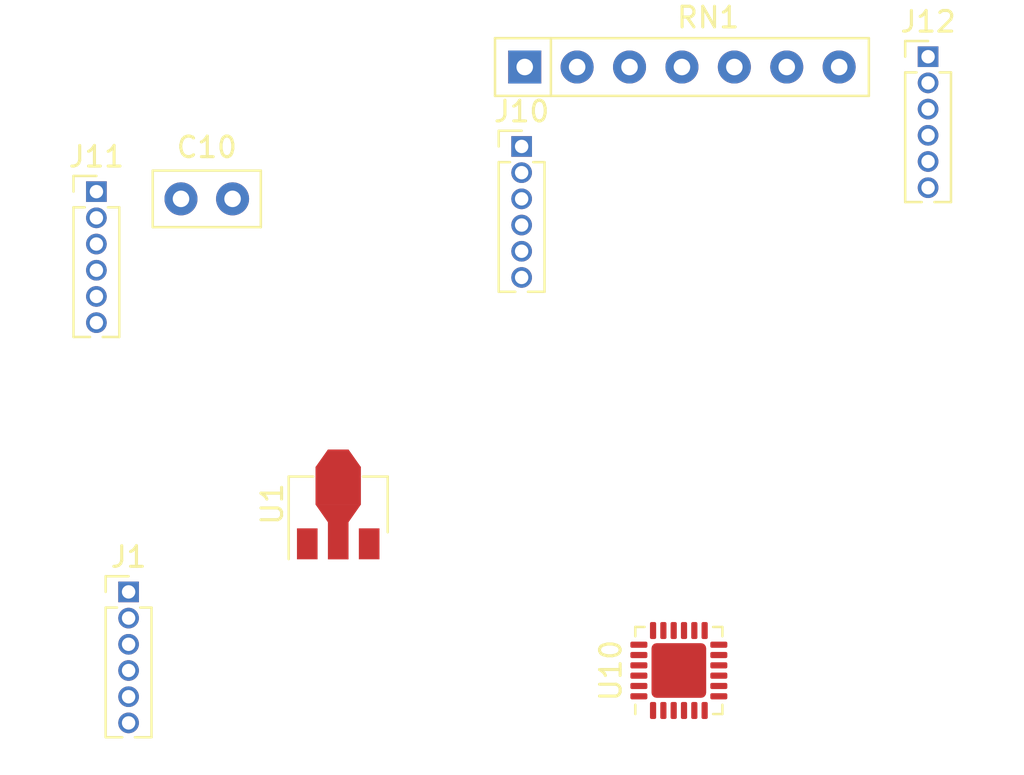
<source format=kicad_pcb>
(kicad_pcb (version 20171130) (host pcbnew 5.1.2-f72e74a~84~ubuntu16.04.1)

  (general
    (thickness 1.6)
    (drawings 0)
    (tracks 0)
    (zones 0)
    (modules 8)
    (nets 27)
  )

  (page A4)
  (layers
    (0 F.Cu signal)
    (31 B.Cu signal)
    (32 B.Adhes user)
    (33 F.Adhes user)
    (34 B.Paste user)
    (35 F.Paste user)
    (36 B.SilkS user)
    (37 F.SilkS user)
    (38 B.Mask user)
    (39 F.Mask user)
    (40 Dwgs.User user)
    (41 Cmts.User user)
    (42 Eco1.User user)
    (43 Eco2.User user)
    (44 Edge.Cuts user)
    (45 Margin user)
    (46 B.CrtYd user)
    (47 F.CrtYd user)
    (48 B.Fab user)
    (49 F.Fab user)
  )

  (setup
    (last_trace_width 0.25)
    (trace_clearance 0.2)
    (zone_clearance 0.508)
    (zone_45_only no)
    (trace_min 0.2)
    (via_size 0.8)
    (via_drill 0.4)
    (via_min_size 0.4)
    (via_min_drill 0.3)
    (uvia_size 0.3)
    (uvia_drill 0.1)
    (uvias_allowed no)
    (uvia_min_size 0.2)
    (uvia_min_drill 0.1)
    (edge_width 0.05)
    (segment_width 0.2)
    (pcb_text_width 0.3)
    (pcb_text_size 1.5 1.5)
    (mod_edge_width 0.12)
    (mod_text_size 1 1)
    (mod_text_width 0.15)
    (pad_size 1.524 1.524)
    (pad_drill 0.762)
    (pad_to_mask_clearance 0.051)
    (solder_mask_min_width 0.25)
    (aux_axis_origin 0 0)
    (visible_elements FFFFFF7F)
    (pcbplotparams
      (layerselection 0x010fc_ffffffff)
      (usegerberextensions false)
      (usegerberattributes false)
      (usegerberadvancedattributes false)
      (creategerberjobfile false)
      (excludeedgelayer true)
      (linewidth 0.100000)
      (plotframeref false)
      (viasonmask false)
      (mode 1)
      (useauxorigin false)
      (hpglpennumber 1)
      (hpglpenspeed 20)
      (hpglpendiameter 15.000000)
      (psnegative false)
      (psa4output false)
      (plotreference true)
      (plotvalue true)
      (plotinvisibletext false)
      (padsonsilk false)
      (subtractmaskfromsilk false)
      (outputformat 1)
      (mirror false)
      (drillshape 1)
      (scaleselection 1)
      (outputdirectory ""))
  )

  (net 0 "")
  (net 1 /KeypadController/GND)
  (net 2 /KeypadController/~INT)
  (net 3 /KeypadController/SCL)
  (net 4 /KeypadController/SDG)
  (net 5 /KeypadController/SDA)
  (net 6 /RasPiInterface/5V)
  (net 7 "Net-(U10-Pad20)")
  (net 8 "Net-(J10-Pad6)")
  (net 9 "Net-(J10-Pad5)")
  (net 10 "Net-(J10-Pad4)")
  (net 11 "Net-(J10-Pad3)")
  (net 12 "Net-(J10-Pad2)")
  (net 13 "Net-(J10-Pad1)")
  (net 14 "Net-(J12-Pad6)")
  (net 15 "Net-(J12-Pad5)")
  (net 16 "Net-(J12-Pad4)")
  (net 17 "Net-(J12-Pad3)")
  (net 18 "Net-(J12-Pad2)")
  (net 19 +3V3)
  (net 20 "Net-(J12-Pad7)")
  (net 21 "Net-(J11-Pad8)")
  (net 22 "Net-(J11-Pad7)")
  (net 23 "Net-(J11-Pad6)")
  (net 24 "Net-(J11-Pad5)")
  (net 25 "Net-(J10-Pad8)")
  (net 26 "Net-(J10-Pad7)")

  (net_class Default "This is the default net class."
    (clearance 0.2)
    (trace_width 0.25)
    (via_dia 0.8)
    (via_drill 0.4)
    (uvia_dia 0.3)
    (uvia_drill 0.1)
    (add_net +3V3)
    (add_net /KeypadController/GND)
    (add_net /KeypadController/SCL)
    (add_net /KeypadController/SDA)
    (add_net /KeypadController/SDG)
    (add_net /KeypadController/~INT)
    (add_net /RasPiInterface/5V)
    (add_net "Net-(J10-Pad1)")
    (add_net "Net-(J10-Pad2)")
    (add_net "Net-(J10-Pad3)")
    (add_net "Net-(J10-Pad4)")
    (add_net "Net-(J10-Pad5)")
    (add_net "Net-(J10-Pad6)")
    (add_net "Net-(J10-Pad7)")
    (add_net "Net-(J10-Pad8)")
    (add_net "Net-(J11-Pad5)")
    (add_net "Net-(J11-Pad6)")
    (add_net "Net-(J11-Pad7)")
    (add_net "Net-(J11-Pad8)")
    (add_net "Net-(J12-Pad2)")
    (add_net "Net-(J12-Pad3)")
    (add_net "Net-(J12-Pad4)")
    (add_net "Net-(J12-Pad5)")
    (add_net "Net-(J12-Pad6)")
    (add_net "Net-(J12-Pad7)")
    (add_net "Net-(U10-Pad20)")
  )

  (module Connector_PinHeader_1.27mm:PinHeader_1x06_P1.27mm_Vertical (layer F.Cu) (tedit 59FED6E3) (tstamp 5D39D6DC)
    (at 107.66 58.07)
    (descr "Through hole straight pin header, 1x06, 1.27mm pitch, single row")
    (tags "Through hole pin header THT 1x06 1.27mm single row")
    (path /5D399061/5D3BAFF2)
    (fp_text reference J11 (at 0 -1.695) (layer F.SilkS)
      (effects (font (size 1 1) (thickness 0.15)))
    )
    (fp_text value Conn_01x08 (at 0 8.045) (layer F.Fab)
      (effects (font (size 1 1) (thickness 0.15)))
    )
    (fp_text user %R (at 0 3.175 90) (layer F.Fab)
      (effects (font (size 1 1) (thickness 0.15)))
    )
    (fp_line (start 1.55 -1.15) (end -1.55 -1.15) (layer F.CrtYd) (width 0.05))
    (fp_line (start 1.55 7.5) (end 1.55 -1.15) (layer F.CrtYd) (width 0.05))
    (fp_line (start -1.55 7.5) (end 1.55 7.5) (layer F.CrtYd) (width 0.05))
    (fp_line (start -1.55 -1.15) (end -1.55 7.5) (layer F.CrtYd) (width 0.05))
    (fp_line (start -1.11 -0.76) (end 0 -0.76) (layer F.SilkS) (width 0.12))
    (fp_line (start -1.11 0) (end -1.11 -0.76) (layer F.SilkS) (width 0.12))
    (fp_line (start 0.563471 0.76) (end 1.11 0.76) (layer F.SilkS) (width 0.12))
    (fp_line (start -1.11 0.76) (end -0.563471 0.76) (layer F.SilkS) (width 0.12))
    (fp_line (start 1.11 0.76) (end 1.11 7.045) (layer F.SilkS) (width 0.12))
    (fp_line (start -1.11 0.76) (end -1.11 7.045) (layer F.SilkS) (width 0.12))
    (fp_line (start 0.30753 7.045) (end 1.11 7.045) (layer F.SilkS) (width 0.12))
    (fp_line (start -1.11 7.045) (end -0.30753 7.045) (layer F.SilkS) (width 0.12))
    (fp_line (start -1.05 -0.11) (end -0.525 -0.635) (layer F.Fab) (width 0.1))
    (fp_line (start -1.05 6.985) (end -1.05 -0.11) (layer F.Fab) (width 0.1))
    (fp_line (start 1.05 6.985) (end -1.05 6.985) (layer F.Fab) (width 0.1))
    (fp_line (start 1.05 -0.635) (end 1.05 6.985) (layer F.Fab) (width 0.1))
    (fp_line (start -0.525 -0.635) (end 1.05 -0.635) (layer F.Fab) (width 0.1))
    (pad 6 thru_hole oval (at 0 6.35) (size 1 1) (drill 0.65) (layers *.Cu *.Mask)
      (net 23 "Net-(J11-Pad6)"))
    (pad 5 thru_hole oval (at 0 5.08) (size 1 1) (drill 0.65) (layers *.Cu *.Mask)
      (net 24 "Net-(J11-Pad5)"))
    (pad 4 thru_hole oval (at 0 3.81) (size 1 1) (drill 0.65) (layers *.Cu *.Mask)
      (net 10 "Net-(J10-Pad4)"))
    (pad 3 thru_hole oval (at 0 2.54) (size 1 1) (drill 0.65) (layers *.Cu *.Mask)
      (net 11 "Net-(J10-Pad3)"))
    (pad 2 thru_hole oval (at 0 1.27) (size 1 1) (drill 0.65) (layers *.Cu *.Mask)
      (net 12 "Net-(J10-Pad2)"))
    (pad 1 thru_hole rect (at 0 0) (size 1 1) (drill 0.65) (layers *.Cu *.Mask)
      (net 13 "Net-(J10-Pad1)"))
    (model ${KISYS3DMOD}/Connector_PinHeader_1.27mm.3dshapes/PinHeader_1x06_P1.27mm_Vertical.wrl
      (at (xyz 0 0 0))
      (scale (xyz 1 1 1))
      (rotate (xyz 0 0 0))
    )
  )

  (module Capacitor_THT:C_Disc_D5.0mm_W2.5mm_P2.50mm (layer F.Cu) (tedit 5AE50EF0) (tstamp 5D39D654)
    (at 111.76 58.42)
    (descr "C, Disc series, Radial, pin pitch=2.50mm, , diameter*width=5*2.5mm^2, Capacitor, http://cdn-reichelt.de/documents/datenblatt/B300/DS_KERKO_TC.pdf")
    (tags "C Disc series Radial pin pitch 2.50mm  diameter 5mm width 2.5mm Capacitor")
    (path /5D399061/5D4616B7)
    (fp_text reference C10 (at 1.25 -2.5) (layer F.SilkS)
      (effects (font (size 1 1) (thickness 0.15)))
    )
    (fp_text value 100n (at 1.25 2.5) (layer F.Fab)
      (effects (font (size 1 1) (thickness 0.15)))
    )
    (fp_text user %R (at 1.25 0) (layer F.Fab)
      (effects (font (size 1 1) (thickness 0.15)))
    )
    (fp_line (start 4 -1.5) (end -1.5 -1.5) (layer F.CrtYd) (width 0.05))
    (fp_line (start 4 1.5) (end 4 -1.5) (layer F.CrtYd) (width 0.05))
    (fp_line (start -1.5 1.5) (end 4 1.5) (layer F.CrtYd) (width 0.05))
    (fp_line (start -1.5 -1.5) (end -1.5 1.5) (layer F.CrtYd) (width 0.05))
    (fp_line (start 3.87 -1.37) (end 3.87 1.37) (layer F.SilkS) (width 0.12))
    (fp_line (start -1.37 -1.37) (end -1.37 1.37) (layer F.SilkS) (width 0.12))
    (fp_line (start -1.37 1.37) (end 3.87 1.37) (layer F.SilkS) (width 0.12))
    (fp_line (start -1.37 -1.37) (end 3.87 -1.37) (layer F.SilkS) (width 0.12))
    (fp_line (start 3.75 -1.25) (end -1.25 -1.25) (layer F.Fab) (width 0.1))
    (fp_line (start 3.75 1.25) (end 3.75 -1.25) (layer F.Fab) (width 0.1))
    (fp_line (start -1.25 1.25) (end 3.75 1.25) (layer F.Fab) (width 0.1))
    (fp_line (start -1.25 -1.25) (end -1.25 1.25) (layer F.Fab) (width 0.1))
    (pad 2 thru_hole circle (at 2.5 0) (size 1.6 1.6) (drill 0.8) (layers *.Cu *.Mask)
      (net 1 /KeypadController/GND))
    (pad 1 thru_hole circle (at 0 0) (size 1.6 1.6) (drill 0.8) (layers *.Cu *.Mask)
      (net 19 +3V3))
    (model ${KISYS3DMOD}/Capacitor_THT.3dshapes/C_Disc_D5.0mm_W2.5mm_P2.50mm.wrl
      (at (xyz 0 0 0))
      (scale (xyz 1 1 1))
      (rotate (xyz 0 0 0))
    )
  )

  (module Resistor_THT:R_Array_SIP7 (layer F.Cu) (tedit 5A14249F) (tstamp 5D39CCBE)
    (at 128.42 52.03)
    (descr "7-pin Resistor SIP pack")
    (tags R)
    (path /5D399061/5D4089DD)
    (fp_text reference RN1 (at 8.89 -2.4) (layer F.SilkS)
      (effects (font (size 1 1) (thickness 0.15)))
    )
    (fp_text value R_Network06_US (at 8.89 2.4) (layer F.Fab)
      (effects (font (size 1 1) (thickness 0.15)))
    )
    (fp_line (start 16.95 -1.65) (end -1.7 -1.65) (layer F.CrtYd) (width 0.05))
    (fp_line (start 16.95 1.65) (end 16.95 -1.65) (layer F.CrtYd) (width 0.05))
    (fp_line (start -1.7 1.65) (end 16.95 1.65) (layer F.CrtYd) (width 0.05))
    (fp_line (start -1.7 -1.65) (end -1.7 1.65) (layer F.CrtYd) (width 0.05))
    (fp_line (start 1.27 -1.4) (end 1.27 1.4) (layer F.SilkS) (width 0.12))
    (fp_line (start 16.68 -1.4) (end -1.44 -1.4) (layer F.SilkS) (width 0.12))
    (fp_line (start 16.68 1.4) (end 16.68 -1.4) (layer F.SilkS) (width 0.12))
    (fp_line (start -1.44 1.4) (end 16.68 1.4) (layer F.SilkS) (width 0.12))
    (fp_line (start -1.44 -1.4) (end -1.44 1.4) (layer F.SilkS) (width 0.12))
    (fp_line (start 1.27 -1.25) (end 1.27 1.25) (layer F.Fab) (width 0.1))
    (fp_line (start 16.53 -1.25) (end -1.29 -1.25) (layer F.Fab) (width 0.1))
    (fp_line (start 16.53 1.25) (end 16.53 -1.25) (layer F.Fab) (width 0.1))
    (fp_line (start -1.29 1.25) (end 16.53 1.25) (layer F.Fab) (width 0.1))
    (fp_line (start -1.29 -1.25) (end -1.29 1.25) (layer F.Fab) (width 0.1))
    (fp_text user %R (at 7.62 0) (layer F.Fab)
      (effects (font (size 1 1) (thickness 0.15)))
    )
    (pad 7 thru_hole oval (at 15.24 0) (size 1.6 1.6) (drill 0.8) (layers *.Cu *.Mask)
      (net 20 "Net-(J12-Pad7)"))
    (pad 6 thru_hole oval (at 12.7 0) (size 1.6 1.6) (drill 0.8) (layers *.Cu *.Mask)
      (net 14 "Net-(J12-Pad6)"))
    (pad 5 thru_hole oval (at 10.16 0) (size 1.6 1.6) (drill 0.8) (layers *.Cu *.Mask)
      (net 15 "Net-(J12-Pad5)"))
    (pad 4 thru_hole oval (at 7.62 0) (size 1.6 1.6) (drill 0.8) (layers *.Cu *.Mask)
      (net 16 "Net-(J12-Pad4)"))
    (pad 3 thru_hole oval (at 5.08 0) (size 1.6 1.6) (drill 0.8) (layers *.Cu *.Mask)
      (net 17 "Net-(J12-Pad3)"))
    (pad 2 thru_hole oval (at 2.54 0) (size 1.6 1.6) (drill 0.8) (layers *.Cu *.Mask)
      (net 18 "Net-(J12-Pad2)"))
    (pad 1 thru_hole rect (at 0 0) (size 1.6 1.6) (drill 0.8) (layers *.Cu *.Mask)
      (net 19 +3V3))
    (model ${KISYS3DMOD}/Resistor_THT.3dshapes/R_Array_SIP7.wrl
      (at (xyz 0 0 0))
      (scale (xyz 1 1 1))
      (rotate (xyz 0 0 0))
    )
  )

  (module Connector_PinHeader_1.27mm:PinHeader_1x06_P1.27mm_Vertical (layer F.Cu) (tedit 59FED6E3) (tstamp 5D39CCA4)
    (at 147.97 51.53)
    (descr "Through hole straight pin header, 1x06, 1.27mm pitch, single row")
    (tags "Through hole pin header THT 1x06 1.27mm single row")
    (path /5D399061/5D3C4F83)
    (fp_text reference J12 (at 0 -1.695) (layer F.SilkS)
      (effects (font (size 1 1) (thickness 0.15)))
    )
    (fp_text value Conn_01x08 (at 0 8.045) (layer F.Fab)
      (effects (font (size 1 1) (thickness 0.15)))
    )
    (fp_text user %R (at 0 3.175 90) (layer F.Fab)
      (effects (font (size 1 1) (thickness 0.15)))
    )
    (fp_line (start 1.55 -1.15) (end -1.55 -1.15) (layer F.CrtYd) (width 0.05))
    (fp_line (start 1.55 7.5) (end 1.55 -1.15) (layer F.CrtYd) (width 0.05))
    (fp_line (start -1.55 7.5) (end 1.55 7.5) (layer F.CrtYd) (width 0.05))
    (fp_line (start -1.55 -1.15) (end -1.55 7.5) (layer F.CrtYd) (width 0.05))
    (fp_line (start -1.11 -0.76) (end 0 -0.76) (layer F.SilkS) (width 0.12))
    (fp_line (start -1.11 0) (end -1.11 -0.76) (layer F.SilkS) (width 0.12))
    (fp_line (start 0.563471 0.76) (end 1.11 0.76) (layer F.SilkS) (width 0.12))
    (fp_line (start -1.11 0.76) (end -0.563471 0.76) (layer F.SilkS) (width 0.12))
    (fp_line (start 1.11 0.76) (end 1.11 7.045) (layer F.SilkS) (width 0.12))
    (fp_line (start -1.11 0.76) (end -1.11 7.045) (layer F.SilkS) (width 0.12))
    (fp_line (start 0.30753 7.045) (end 1.11 7.045) (layer F.SilkS) (width 0.12))
    (fp_line (start -1.11 7.045) (end -0.30753 7.045) (layer F.SilkS) (width 0.12))
    (fp_line (start -1.05 -0.11) (end -0.525 -0.635) (layer F.Fab) (width 0.1))
    (fp_line (start -1.05 6.985) (end -1.05 -0.11) (layer F.Fab) (width 0.1))
    (fp_line (start 1.05 6.985) (end -1.05 6.985) (layer F.Fab) (width 0.1))
    (fp_line (start 1.05 -0.635) (end 1.05 6.985) (layer F.Fab) (width 0.1))
    (fp_line (start -0.525 -0.635) (end 1.05 -0.635) (layer F.Fab) (width 0.1))
    (pad 6 thru_hole oval (at 0 6.35) (size 1 1) (drill 0.65) (layers *.Cu *.Mask)
      (net 14 "Net-(J12-Pad6)"))
    (pad 5 thru_hole oval (at 0 5.08) (size 1 1) (drill 0.65) (layers *.Cu *.Mask)
      (net 15 "Net-(J12-Pad5)"))
    (pad 4 thru_hole oval (at 0 3.81) (size 1 1) (drill 0.65) (layers *.Cu *.Mask)
      (net 16 "Net-(J12-Pad4)"))
    (pad 3 thru_hole oval (at 0 2.54) (size 1 1) (drill 0.65) (layers *.Cu *.Mask)
      (net 17 "Net-(J12-Pad3)"))
    (pad 2 thru_hole oval (at 0 1.27) (size 1 1) (drill 0.65) (layers *.Cu *.Mask)
      (net 18 "Net-(J12-Pad2)"))
    (pad 1 thru_hole rect (at 0 0) (size 1 1) (drill 0.65) (layers *.Cu *.Mask)
      (net 19 +3V3))
    (model ${KISYS3DMOD}/Connector_PinHeader_1.27mm.3dshapes/PinHeader_1x06_P1.27mm_Vertical.wrl
      (at (xyz 0 0 0))
      (scale (xyz 1 1 1))
      (rotate (xyz 0 0 0))
    )
  )

  (module Connector_PinHeader_1.27mm:PinHeader_1x06_P1.27mm_Vertical (layer F.Cu) (tedit 59FED6E3) (tstamp 5D39CC88)
    (at 128.27 55.88)
    (descr "Through hole straight pin header, 1x06, 1.27mm pitch, single row")
    (tags "Through hole pin header THT 1x06 1.27mm single row")
    (path /5D399061/5D3B9F95)
    (fp_text reference J10 (at 0 -1.695) (layer F.SilkS)
      (effects (font (size 1 1) (thickness 0.15)))
    )
    (fp_text value Conn_01x08 (at 0 8.045) (layer F.Fab)
      (effects (font (size 1 1) (thickness 0.15)))
    )
    (fp_text user %R (at 0 3.175 90) (layer F.Fab)
      (effects (font (size 1 1) (thickness 0.15)))
    )
    (fp_line (start 1.55 -1.15) (end -1.55 -1.15) (layer F.CrtYd) (width 0.05))
    (fp_line (start 1.55 7.5) (end 1.55 -1.15) (layer F.CrtYd) (width 0.05))
    (fp_line (start -1.55 7.5) (end 1.55 7.5) (layer F.CrtYd) (width 0.05))
    (fp_line (start -1.55 -1.15) (end -1.55 7.5) (layer F.CrtYd) (width 0.05))
    (fp_line (start -1.11 -0.76) (end 0 -0.76) (layer F.SilkS) (width 0.12))
    (fp_line (start -1.11 0) (end -1.11 -0.76) (layer F.SilkS) (width 0.12))
    (fp_line (start 0.563471 0.76) (end 1.11 0.76) (layer F.SilkS) (width 0.12))
    (fp_line (start -1.11 0.76) (end -0.563471 0.76) (layer F.SilkS) (width 0.12))
    (fp_line (start 1.11 0.76) (end 1.11 7.045) (layer F.SilkS) (width 0.12))
    (fp_line (start -1.11 0.76) (end -1.11 7.045) (layer F.SilkS) (width 0.12))
    (fp_line (start 0.30753 7.045) (end 1.11 7.045) (layer F.SilkS) (width 0.12))
    (fp_line (start -1.11 7.045) (end -0.30753 7.045) (layer F.SilkS) (width 0.12))
    (fp_line (start -1.05 -0.11) (end -0.525 -0.635) (layer F.Fab) (width 0.1))
    (fp_line (start -1.05 6.985) (end -1.05 -0.11) (layer F.Fab) (width 0.1))
    (fp_line (start 1.05 6.985) (end -1.05 6.985) (layer F.Fab) (width 0.1))
    (fp_line (start 1.05 -0.635) (end 1.05 6.985) (layer F.Fab) (width 0.1))
    (fp_line (start -0.525 -0.635) (end 1.05 -0.635) (layer F.Fab) (width 0.1))
    (pad 6 thru_hole oval (at 0 6.35) (size 1 1) (drill 0.65) (layers *.Cu *.Mask)
      (net 8 "Net-(J10-Pad6)"))
    (pad 5 thru_hole oval (at 0 5.08) (size 1 1) (drill 0.65) (layers *.Cu *.Mask)
      (net 9 "Net-(J10-Pad5)"))
    (pad 4 thru_hole oval (at 0 3.81) (size 1 1) (drill 0.65) (layers *.Cu *.Mask)
      (net 10 "Net-(J10-Pad4)"))
    (pad 3 thru_hole oval (at 0 2.54) (size 1 1) (drill 0.65) (layers *.Cu *.Mask)
      (net 11 "Net-(J10-Pad3)"))
    (pad 2 thru_hole oval (at 0 1.27) (size 1 1) (drill 0.65) (layers *.Cu *.Mask)
      (net 12 "Net-(J10-Pad2)"))
    (pad 1 thru_hole rect (at 0 0) (size 1 1) (drill 0.65) (layers *.Cu *.Mask)
      (net 13 "Net-(J10-Pad1)"))
    (model ${KISYS3DMOD}/Connector_PinHeader_1.27mm.3dshapes/PinHeader_1x06_P1.27mm_Vertical.wrl
      (at (xyz 0 0 0))
      (scale (xyz 1 1 1))
      (rotate (xyz 0 0 0))
    )
  )

  (module Package_TO_SOT_SMD:SOT-89-3 (layer F.Cu) (tedit 5A02FF57) (tstamp 5D39C67E)
    (at 119.38 73.66 90)
    (descr SOT-89-3)
    (tags SOT-89-3)
    (path /5D399389/5D3A133D)
    (attr smd)
    (fp_text reference U1 (at 0.45 -3.2 90) (layer F.SilkS)
      (effects (font (size 1 1) (thickness 0.15)))
    )
    (fp_text value AP2204R-3.3 (at 0.45 3.25 90) (layer F.Fab)
      (effects (font (size 1 1) (thickness 0.15)))
    )
    (fp_line (start -2.48 2.55) (end -2.48 -2.55) (layer F.CrtYd) (width 0.05))
    (fp_line (start -2.48 2.55) (end 3.23 2.55) (layer F.CrtYd) (width 0.05))
    (fp_line (start 3.23 -2.55) (end -2.48 -2.55) (layer F.CrtYd) (width 0.05))
    (fp_line (start 3.23 -2.55) (end 3.23 2.55) (layer F.CrtYd) (width 0.05))
    (fp_line (start -0.13 -2.3) (end 1.68 -2.3) (layer F.Fab) (width 0.1))
    (fp_line (start -0.92 2.3) (end -0.92 -1.51) (layer F.Fab) (width 0.1))
    (fp_line (start 1.68 2.3) (end -0.92 2.3) (layer F.Fab) (width 0.1))
    (fp_line (start 1.68 -2.3) (end 1.68 2.3) (layer F.Fab) (width 0.1))
    (fp_line (start -0.92 -1.51) (end -0.13 -2.3) (layer F.Fab) (width 0.1))
    (fp_line (start 1.78 -2.4) (end 1.78 -1.2) (layer F.SilkS) (width 0.12))
    (fp_line (start -2.22 -2.4) (end 1.78 -2.4) (layer F.SilkS) (width 0.12))
    (fp_line (start 1.78 2.4) (end -0.92 2.4) (layer F.SilkS) (width 0.12))
    (fp_line (start 1.78 1.2) (end 1.78 2.4) (layer F.SilkS) (width 0.12))
    (fp_text user %R (at 0.38 0) (layer F.Fab)
      (effects (font (size 0.6 0.6) (thickness 0.09)))
    )
    (pad 2 smd trapezoid (at -0.0762 0 180) (size 1.5 1) (rect_delta 0 0.7 ) (layers F.Cu F.Paste F.Mask)
      (net 1 /KeypadController/GND))
    (pad 2 smd rect (at 1.3335 0) (size 2.2 1.84) (layers F.Cu F.Paste F.Mask)
      (net 1 /KeypadController/GND))
    (pad 3 smd rect (at -1.48 1.5) (size 1 1.5) (layers F.Cu F.Paste F.Mask)
      (net 19 +3V3))
    (pad 2 smd rect (at -1.3335 0) (size 1 1.8) (layers F.Cu F.Paste F.Mask)
      (net 1 /KeypadController/GND))
    (pad 1 smd rect (at -1.48 -1.5) (size 1 1.5) (layers F.Cu F.Paste F.Mask)
      (net 6 /RasPiInterface/5V))
    (pad 2 smd trapezoid (at 2.667 0) (size 1.6 0.85) (rect_delta 0 0.6 ) (layers F.Cu F.Paste F.Mask)
      (net 1 /KeypadController/GND))
    (model ${KISYS3DMOD}/Package_TO_SOT_SMD.3dshapes/SOT-89-3.wrl
      (at (xyz 0 0 0))
      (scale (xyz 1 1 1))
      (rotate (xyz 0 0 0))
    )
  )

  (module Connector_PinHeader_1.27mm:PinHeader_1x06_P1.27mm_Vertical (layer F.Cu) (tedit 59FED6E3) (tstamp 5D39C666)
    (at 109.22 77.47)
    (descr "Through hole straight pin header, 1x06, 1.27mm pitch, single row")
    (tags "Through hole pin header THT 1x06 1.27mm single row")
    (path /5D399389/5D3A2BB9)
    (fp_text reference J1 (at 0 -1.695) (layer F.SilkS)
      (effects (font (size 1 1) (thickness 0.15)))
    )
    (fp_text value Conn_01x06 (at 0 8.045) (layer F.Fab)
      (effects (font (size 1 1) (thickness 0.15)))
    )
    (fp_text user %R (at 0 3.175 90) (layer F.Fab)
      (effects (font (size 1 1) (thickness 0.15)))
    )
    (fp_line (start 1.55 -1.15) (end -1.55 -1.15) (layer F.CrtYd) (width 0.05))
    (fp_line (start 1.55 7.5) (end 1.55 -1.15) (layer F.CrtYd) (width 0.05))
    (fp_line (start -1.55 7.5) (end 1.55 7.5) (layer F.CrtYd) (width 0.05))
    (fp_line (start -1.55 -1.15) (end -1.55 7.5) (layer F.CrtYd) (width 0.05))
    (fp_line (start -1.11 -0.76) (end 0 -0.76) (layer F.SilkS) (width 0.12))
    (fp_line (start -1.11 0) (end -1.11 -0.76) (layer F.SilkS) (width 0.12))
    (fp_line (start 0.563471 0.76) (end 1.11 0.76) (layer F.SilkS) (width 0.12))
    (fp_line (start -1.11 0.76) (end -0.563471 0.76) (layer F.SilkS) (width 0.12))
    (fp_line (start 1.11 0.76) (end 1.11 7.045) (layer F.SilkS) (width 0.12))
    (fp_line (start -1.11 0.76) (end -1.11 7.045) (layer F.SilkS) (width 0.12))
    (fp_line (start 0.30753 7.045) (end 1.11 7.045) (layer F.SilkS) (width 0.12))
    (fp_line (start -1.11 7.045) (end -0.30753 7.045) (layer F.SilkS) (width 0.12))
    (fp_line (start -1.05 -0.11) (end -0.525 -0.635) (layer F.Fab) (width 0.1))
    (fp_line (start -1.05 6.985) (end -1.05 -0.11) (layer F.Fab) (width 0.1))
    (fp_line (start 1.05 6.985) (end -1.05 6.985) (layer F.Fab) (width 0.1))
    (fp_line (start 1.05 -0.635) (end 1.05 6.985) (layer F.Fab) (width 0.1))
    (fp_line (start -0.525 -0.635) (end 1.05 -0.635) (layer F.Fab) (width 0.1))
    (pad 6 thru_hole oval (at 0 6.35) (size 1 1) (drill 0.65) (layers *.Cu *.Mask)
      (net 1 /KeypadController/GND))
    (pad 5 thru_hole oval (at 0 5.08) (size 1 1) (drill 0.65) (layers *.Cu *.Mask)
      (net 2 /KeypadController/~INT))
    (pad 4 thru_hole oval (at 0 3.81) (size 1 1) (drill 0.65) (layers *.Cu *.Mask)
      (net 3 /KeypadController/SCL))
    (pad 3 thru_hole oval (at 0 2.54) (size 1 1) (drill 0.65) (layers *.Cu *.Mask)
      (net 4 /KeypadController/SDG))
    (pad 2 thru_hole oval (at 0 1.27) (size 1 1) (drill 0.65) (layers *.Cu *.Mask)
      (net 5 /KeypadController/SDA))
    (pad 1 thru_hole rect (at 0 0) (size 1 1) (drill 0.65) (layers *.Cu *.Mask)
      (net 6 /RasPiInterface/5V))
    (model ${KISYS3DMOD}/Connector_PinHeader_1.27mm.3dshapes/PinHeader_1x06_P1.27mm_Vertical.wrl
      (at (xyz 0 0 0))
      (scale (xyz 1 1 1))
      (rotate (xyz 0 0 0))
    )
  )

  (module Package_DFN_QFN:QFN-24-1EP_4x4mm_P0.5mm_EP2.65x2.65mm (layer F.Cu) (tedit 5C18140C) (tstamp 5D39BFC8)
    (at 135.89 81.28 90)
    (descr "QFN, 24 Pin (http://www.cypress.com/file/46236/download), generated with kicad-footprint-generator ipc_dfn_qfn_generator.py")
    (tags "QFN DFN_QFN")
    (path /5D399061/5D3B5E8E)
    (attr smd)
    (fp_text reference U10 (at 0 -3.3 90) (layer F.SilkS)
      (effects (font (size 1 1) (thickness 0.15)))
    )
    (fp_text value TCA8418 (at 0 3.3 90) (layer F.Fab)
      (effects (font (size 1 1) (thickness 0.15)))
    )
    (fp_text user %R (at 0 0 90) (layer F.Fab)
      (effects (font (size 1 1) (thickness 0.15)))
    )
    (fp_line (start 2.6 -2.6) (end -2.6 -2.6) (layer F.CrtYd) (width 0.05))
    (fp_line (start 2.6 2.6) (end 2.6 -2.6) (layer F.CrtYd) (width 0.05))
    (fp_line (start -2.6 2.6) (end 2.6 2.6) (layer F.CrtYd) (width 0.05))
    (fp_line (start -2.6 -2.6) (end -2.6 2.6) (layer F.CrtYd) (width 0.05))
    (fp_line (start -2 -1) (end -1 -2) (layer F.Fab) (width 0.1))
    (fp_line (start -2 2) (end -2 -1) (layer F.Fab) (width 0.1))
    (fp_line (start 2 2) (end -2 2) (layer F.Fab) (width 0.1))
    (fp_line (start 2 -2) (end 2 2) (layer F.Fab) (width 0.1))
    (fp_line (start -1 -2) (end 2 -2) (layer F.Fab) (width 0.1))
    (fp_line (start -1.66 -2.11) (end -2.11 -2.11) (layer F.SilkS) (width 0.12))
    (fp_line (start 2.11 2.11) (end 2.11 1.66) (layer F.SilkS) (width 0.12))
    (fp_line (start 1.66 2.11) (end 2.11 2.11) (layer F.SilkS) (width 0.12))
    (fp_line (start -2.11 2.11) (end -2.11 1.66) (layer F.SilkS) (width 0.12))
    (fp_line (start -1.66 2.11) (end -2.11 2.11) (layer F.SilkS) (width 0.12))
    (fp_line (start 2.11 -2.11) (end 2.11 -1.66) (layer F.SilkS) (width 0.12))
    (fp_line (start 1.66 -2.11) (end 2.11 -2.11) (layer F.SilkS) (width 0.12))
    (pad 24 smd roundrect (at -1.25 -1.9375 90) (size 0.3 0.825) (layers F.Cu F.Paste F.Mask) (roundrect_rratio 0.25)
      (net 2 /KeypadController/~INT))
    (pad 23 smd roundrect (at -0.75 -1.9375 90) (size 0.3 0.825) (layers F.Cu F.Paste F.Mask) (roundrect_rratio 0.25)
      (net 3 /KeypadController/SCL))
    (pad 22 smd roundrect (at -0.25 -1.9375 90) (size 0.3 0.825) (layers F.Cu F.Paste F.Mask) (roundrect_rratio 0.25)
      (net 5 /KeypadController/SDA))
    (pad 21 smd roundrect (at 0.25 -1.9375 90) (size 0.3 0.825) (layers F.Cu F.Paste F.Mask) (roundrect_rratio 0.25)
      (net 19 +3V3))
    (pad 20 smd roundrect (at 0.75 -1.9375 90) (size 0.3 0.825) (layers F.Cu F.Paste F.Mask) (roundrect_rratio 0.25)
      (net 7 "Net-(U10-Pad20)"))
    (pad 19 smd roundrect (at 1.25 -1.9375 90) (size 0.3 0.825) (layers F.Cu F.Paste F.Mask) (roundrect_rratio 0.25)
      (net 1 /KeypadController/GND))
    (pad 18 smd roundrect (at 1.9375 -1.25 90) (size 0.825 0.3) (layers F.Cu F.Paste F.Mask) (roundrect_rratio 0.25)
      (net 20 "Net-(J12-Pad7)"))
    (pad 17 smd roundrect (at 1.9375 -0.75 90) (size 0.825 0.3) (layers F.Cu F.Paste F.Mask) (roundrect_rratio 0.25)
      (net 14 "Net-(J12-Pad6)"))
    (pad 16 smd roundrect (at 1.9375 -0.25 90) (size 0.825 0.3) (layers F.Cu F.Paste F.Mask) (roundrect_rratio 0.25)
      (net 21 "Net-(J11-Pad8)"))
    (pad 15 smd roundrect (at 1.9375 0.25 90) (size 0.825 0.3) (layers F.Cu F.Paste F.Mask) (roundrect_rratio 0.25)
      (net 22 "Net-(J11-Pad7)"))
    (pad 14 smd roundrect (at 1.9375 0.75 90) (size 0.825 0.3) (layers F.Cu F.Paste F.Mask) (roundrect_rratio 0.25)
      (net 23 "Net-(J11-Pad6)"))
    (pad 13 smd roundrect (at 1.9375 1.25 90) (size 0.825 0.3) (layers F.Cu F.Paste F.Mask) (roundrect_rratio 0.25)
      (net 24 "Net-(J11-Pad5)"))
    (pad 12 smd roundrect (at 1.25 1.9375 90) (size 0.3 0.825) (layers F.Cu F.Paste F.Mask) (roundrect_rratio 0.25)
      (net 25 "Net-(J10-Pad8)"))
    (pad 11 smd roundrect (at 0.75 1.9375 90) (size 0.3 0.825) (layers F.Cu F.Paste F.Mask) (roundrect_rratio 0.25)
      (net 26 "Net-(J10-Pad7)"))
    (pad 10 smd roundrect (at 0.25 1.9375 90) (size 0.3 0.825) (layers F.Cu F.Paste F.Mask) (roundrect_rratio 0.25)
      (net 8 "Net-(J10-Pad6)"))
    (pad 9 smd roundrect (at -0.25 1.9375 90) (size 0.3 0.825) (layers F.Cu F.Paste F.Mask) (roundrect_rratio 0.25)
      (net 9 "Net-(J10-Pad5)"))
    (pad 8 smd roundrect (at -0.75 1.9375 90) (size 0.3 0.825) (layers F.Cu F.Paste F.Mask) (roundrect_rratio 0.25)
      (net 13 "Net-(J10-Pad1)"))
    (pad 7 smd roundrect (at -1.25 1.9375 90) (size 0.3 0.825) (layers F.Cu F.Paste F.Mask) (roundrect_rratio 0.25)
      (net 12 "Net-(J10-Pad2)"))
    (pad 6 smd roundrect (at -1.9375 1.25 90) (size 0.825 0.3) (layers F.Cu F.Paste F.Mask) (roundrect_rratio 0.25)
      (net 11 "Net-(J10-Pad3)"))
    (pad 5 smd roundrect (at -1.9375 0.75 90) (size 0.825 0.3) (layers F.Cu F.Paste F.Mask) (roundrect_rratio 0.25)
      (net 10 "Net-(J10-Pad4)"))
    (pad 4 smd roundrect (at -1.9375 0.25 90) (size 0.825 0.3) (layers F.Cu F.Paste F.Mask) (roundrect_rratio 0.25)
      (net 18 "Net-(J12-Pad2)"))
    (pad 3 smd roundrect (at -1.9375 -0.25 90) (size 0.825 0.3) (layers F.Cu F.Paste F.Mask) (roundrect_rratio 0.25)
      (net 17 "Net-(J12-Pad3)"))
    (pad 2 smd roundrect (at -1.9375 -0.75 90) (size 0.825 0.3) (layers F.Cu F.Paste F.Mask) (roundrect_rratio 0.25)
      (net 16 "Net-(J12-Pad4)"))
    (pad 1 smd roundrect (at -1.9375 -1.25 90) (size 0.825 0.3) (layers F.Cu F.Paste F.Mask) (roundrect_rratio 0.25)
      (net 15 "Net-(J12-Pad5)"))
    (pad "" smd roundrect (at 0.66 0.66 90) (size 1.07 1.07) (layers F.Paste) (roundrect_rratio 0.233645))
    (pad "" smd roundrect (at 0.66 -0.66 90) (size 1.07 1.07) (layers F.Paste) (roundrect_rratio 0.233645))
    (pad "" smd roundrect (at -0.66 0.66 90) (size 1.07 1.07) (layers F.Paste) (roundrect_rratio 0.233645))
    (pad "" smd roundrect (at -0.66 -0.66 90) (size 1.07 1.07) (layers F.Paste) (roundrect_rratio 0.233645))
    (pad 25 smd roundrect (at 0 0 90) (size 2.65 2.65) (layers F.Cu F.Mask) (roundrect_rratio 0.09433999999999999))
    (model ${KISYS3DMOD}/Package_DFN_QFN.3dshapes/QFN-24-1EP_4x4mm_P0.5mm_EP2.65x2.65mm.wrl
      (at (xyz 0 0 0))
      (scale (xyz 1 1 1))
      (rotate (xyz 0 0 0))
    )
  )

)

</source>
